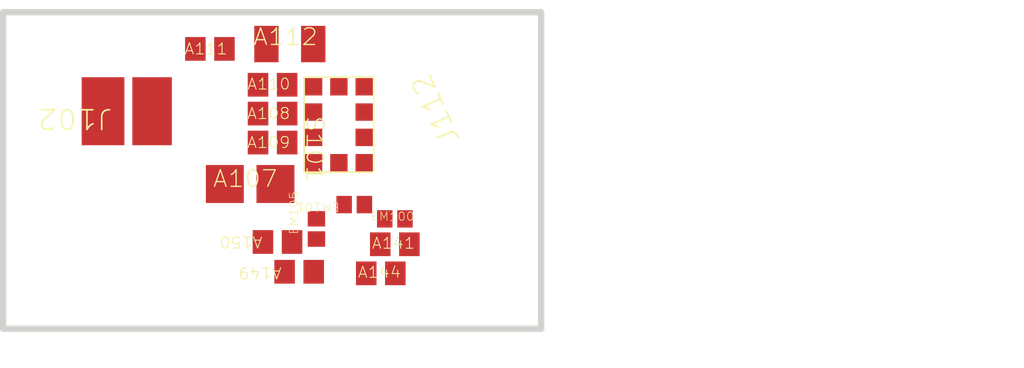
<source format=kicad_pcb>
(kicad_pcb (version 20171130) (host pcbnew "(5.1.0)-1")

  (general
    (thickness 1.6)
    (drawings 4)
    (tracks 0)
    (zones 0)
    (modules 16)
    (nets 14)
  )

  (page A4)
  (layers
    (0 F.Cu signal)
    (31 B.Cu signal)
    (32 B.Adhes user)
    (33 F.Adhes user)
    (34 B.Paste user)
    (35 F.Paste user)
    (36 B.SilkS user)
    (37 F.SilkS user)
    (38 B.Mask user)
    (39 F.Mask user)
    (40 Dwgs.User user)
    (41 Cmts.User user)
    (42 Eco1.User user)
    (43 Eco2.User user)
    (44 Edge.Cuts user)
    (45 Margin user)
    (46 B.CrtYd user)
    (47 F.CrtYd user)
    (48 B.Fab user)
    (49 F.Fab user)
  )

  (setup
    (last_trace_width 0.25)
    (trace_clearance 0.2)
    (zone_clearance 0.508)
    (zone_45_only no)
    (trace_min 0.2)
    (via_size 0.8)
    (via_drill 0.4)
    (via_min_size 0.4)
    (via_min_drill 0.3)
    (uvia_size 0.3)
    (uvia_drill 0.1)
    (uvias_allowed no)
    (uvia_min_size 0.2)
    (uvia_min_drill 0.1)
    (edge_width 0.05)
    (segment_width 0.2)
    (pcb_text_width 0.3)
    (pcb_text_size 1.5 1.5)
    (mod_edge_width 0.12)
    (mod_text_size 1 1)
    (mod_text_width 0.15)
    (pad_size 1.524 1.524)
    (pad_drill 0.762)
    (pad_to_mask_clearance 0.051)
    (solder_mask_min_width 0.25)
    (aux_axis_origin 0 0)
    (visible_elements 7FFFFFFF)
    (pcbplotparams
      (layerselection 0x010fc_ffffffff)
      (usegerberextensions false)
      (usegerberattributes false)
      (usegerberadvancedattributes false)
      (creategerberjobfile false)
      (excludeedgelayer true)
      (linewidth 0.150000)
      (plotframeref false)
      (viasonmask false)
      (mode 1)
      (useauxorigin false)
      (hpglpennumber 1)
      (hpglpenspeed 20)
      (hpglpendiameter 15.000000)
      (psnegative false)
      (psa4output false)
      (plotreference true)
      (plotvalue true)
      (plotinvisibletext false)
      (padsonsilk false)
      (subtractmaskfromsilk false)
      (outputformat 1)
      (mirror false)
      (drillshape 1)
      (scaleselection 1)
      (outputdirectory ""))
  )

  (net 0 "")
  (net 1 GND)
  (net 2 N17753661)
  (net 3 N17753743)
  (net 4 N17753749)
  (net 5 N17753816)
  (net 6 N17753880)
  (net 7 N17753882)
  (net 8 N17753954)
  (net 9 N17837242)
  (net 10 N17837274)
  (net 11 SDR_RFFE8_CLK)
  (net 12 SDR_RFFE8_DATA)
  (net 13 VREG_L15B_1P8)

  (net_class Default "This is the default net class."
    (clearance 0.2)
    (trace_width 0.25)
    (via_dia 0.8)
    (via_drill 0.4)
    (uvia_dia 0.3)
    (uvia_drill 0.1)
    (add_net GND)
    (add_net N17753661)
    (add_net N17753743)
    (add_net N17753749)
    (add_net N17753816)
    (add_net N17753880)
    (add_net N17753882)
    (add_net N17753954)
    (add_net N17837242)
    (add_net N17837274)
    (add_net SDR_RFFE8_CLK)
    (add_net SDR_RFFE8_DATA)
    (add_net VREG_L15B_1P8)
  )

  (module ANT_HG_F1_1 (layer F.Cu) (tedit 0) (tstamp 682E909E)
    (at 95.20754 379.4707 114.9)
    (attr smd)
    (fp_text reference J112 (at 0.762731 -0.61108 114.9 unlocked) (layer F.SilkS)
      (effects (font (size 0.311029 0.32715) (thickness 0.0254)))
    )
    (fp_text value ANT_PIN_ANT_HG_F1_XM-217-XC-186 (at -1.332071 3.432753 unlocked) (layer F.SilkS) hide
      (effects (font (size 0.311029 0.32715) (thickness 0.0254)))
    )
  )

  (module CAP01005_HT0_22_NM_3 (layer F.Cu) (tedit 0) (tstamp 682E9099)
    (at 92.44994 380.92329 90)
    (attr smd)
    (fp_text reference EM105 (at 0.2548 -0.3566 90 unlocked) (layer F.SilkS)
      (effects (font (size 0.133299 0.140208) (thickness 0.01016)))
    )
    (fp_text value CAP_NM_CAP01005_HT0_22_NM_NM (at 0.1016 1.4224 unlocked) (layer F.SilkS) hide
      (effects (font (size 0.133299 0.140208) (thickness 0.01016)))
    )
    (pad 1 smd rect (at -0.16 0) (size 0.275 0.245) (layers F.Cu F.Paste F.Mask)
      (net 2 N17753661))
    (pad 2 smd rect (at 0.16 0) (size 0.275 0.245) (layers F.Cu F.Paste F.Mask)
      (net 1 GND))
  )

  (module RES01005_HT0_15_S0_38_NM_1 (layer F.Cu) (tedit 0) (tstamp 682E9094)
    (at 93.68924 380.76489)
    (attr smd)
    (fp_text reference EM100 (at -0.0358 -0.0375 unlocked) (layer F.SilkS)
      (effects (font (size 0.133299 0.140208) (thickness 0.01016)))
    )
    (fp_text value RES_NM_RES01005_HT0_15_S0_38_NM (at 1.5748 -0.1016 unlocked) (layer F.SilkS) hide
      (effects (font (size 0.133299 0.140208) (thickness 0.01016)))
    )
    (pad 1 smd rect (at -0.16 0) (size 0.245 0.275) (layers F.Cu F.Paste F.Mask)
      (net 7 N17753882))
    (pad 2 smd rect (at 0.16 0) (size 0.245 0.275) (layers F.Cu F.Paste F.Mask)
      (net 1 GND))
  )

  (module RES01005_HT0_15_S0_38_NM_2 (layer F.Cu) (tedit 0) (tstamp 682E908F)
    (at 93.04784 380.5389 180)
    (attr smd)
    (fp_text reference EM101 (at 0.5738 -0.0375 180 unlocked) (layer F.SilkS)
      (effects (font (size 0.133299 0.140208) (thickness 0.01016)))
    )
    (fp_text value RES_NM_RES01005_HT0_15_S0_38_NM (at -1.5748 0.1016 unlocked) (layer F.SilkS) hide
      (effects (font (size 0.133299 0.140208) (thickness 0.01016)))
    )
    (pad 1 smd rect (at -0.16 0) (size 0.245 0.275) (layers F.Cu F.Paste F.Mask)
      (net 8 N17753954))
    (pad 2 smd rect (at 0.16 0) (size 0.245 0.275) (layers F.Cu F.Paste F.Mask)
      (net 1 GND))
  )

  (module IND0402CS-HT0_6_FPC_S_1 (layer F.Cu) (tedit 0) (tstamp 682E9086)
    (at 91.40254 380.21381)
    (attr smd)
    (fp_text reference A107 (at -0.0777 -0.0832 unlocked) (layer F.SilkS)
      (effects (font (size 0.2624 0.276) (thickness 0.02)))
    )
    (fp_text value INDUCTOR_IND0402CS-HT0_6_FPC_S_ (at 3.1 -0.2 unlocked) (layer F.SilkS) hide
      (effects (font (size 0.2624 0.276) (thickness 0.02)))
    )
    (fp_line (start -0.55 0.35) (end -0.55 -0.35) (layer Dwgs.User) (width 0.0254))
    (fp_line (start -0.55 -0.35) (end 0.55 -0.35) (layer Dwgs.User) (width 0.0254))
    (fp_line (start 0.55 0.35) (end 0.55 -0.35) (layer Dwgs.User) (width 0.0254))
    (fp_line (start -0.55 0.35) (end 0.55 0.35) (layer Dwgs.User) (width 0.0254))
    (pad 1 smd rect (at -0.4 0) (size 0.6 0.6) (layers F.Cu F.Paste F.Mask)
      (net 4 N17753749))
    (pad 2 smd rect (at 0.4 0) (size 0.6 0.6) (layers F.Cu F.Paste F.Mask)
      (net 10 N17837274))
  )

  (module ANT_1_7X1_0_P2_HT1_35_HD_1 (layer F.Cu) (tedit 0) (tstamp 682E9081)
    (at 89.62804 379.0639 90)
    (attr smd)
    (fp_text reference J102 (at -0.119265 -0.99109 180 unlocked) (layer F.SilkS)
      (effects (font (size 0.311029 0.32715) (thickness 0.0254)))
    )
    (fp_text value KEY_2P_ANT_1_7X1_0_P2_HT1_35_HD (at 0.237065 3.674508 unlocked) (layer F.SilkS) hide
      (effects (font (size 0.311029 0.32715) (thickness 0.0254)))
    )
    (pad 1 smd rect (at 0 -0.55) (size 0.675 1.075) (layers F.Cu F.Paste F.Mask)
      (net 3 N17753743))
    (pad 2 smd rect (at 0 0.225) (size 0.625 1.075) (layers F.Cu F.Paste F.Mask)
      (net 3 N17753743))
  )

  (module IND0402CS-HT0_6_4 (layer F.Cu) (tedit 0) (tstamp 682E907C)
    (at 92.02964 378.0025)
    (attr smd)
    (fp_text reference A112 (at -0.068 -0.114 unlocked) (layer F.SilkS)
      (effects (font (size 0.2624 0.276) (thickness 0.02)))
    )
    (fp_text value INDUCTOR_IND0402CS-HT0_6_10NH (at 2.9 -0.2 unlocked) (layer F.SilkS) hide
      (effects (font (size 0.2624 0.276) (thickness 0.02)))
    )
    (pad 1 smd rect (at -0.37 0) (size 0.385 0.575) (layers F.Cu F.Paste F.Mask)
      (net 4 N17753749))
    (pad 2 smd rect (at 0.37 0) (size 0.385 0.575) (layers F.Cu F.Paste F.Mask)
      (net 1 GND))
  )

  (module CAP0201-HT0_33_23 (layer F.Cu) (tedit 0) (tstamp 682E905F)
    (at 90.76684 378.07919)
    (attr smd)
    (fp_text reference A111 (at -0.06233 -0.001335 unlocked) (layer F.SilkS)
      (effects (font (size 0.174936 0.184002) (thickness 0.015)))
    )
    (fp_text value CAP_NP_CAP0201-HT0_33_33PF (at 1.733355 -0.133335 unlocked) (layer F.SilkS) hide
      (effects (font (size 0.174936 0.184002) (thickness 0.015)))
    )
    (fp_line (start 2.226 0.15) (end 2.328 0.455) (layer B.Fab) (width 0.0254))
    (fp_line (start 0.23 0.636) (end 0.84 0.636) (layer B.Fab) (width 0.0254))
    (fp_line (start 2.226 0.573) (end 2.226 0.15) (layer B.Fab) (width 0.0254))
    (fp_line (start 2.125 0.455) (end 2.226 0.15) (layer B.Fab) (width 0.0254))
    (fp_line (start 0.554 0.15) (end 2.48 0.15) (layer B.Fab) (width 0.0254))
    (fp_line (start 0.23 0.636) (end 0.535 0.535) (layer B.Fab) (width 0.0254))
    (fp_line (start 2.125 -0.455) (end 2.226 -0.15) (layer B.Fab) (width 0.0254))
    (fp_line (start 0.554 -0.15) (end 2.48 -0.15) (layer B.Fab) (width 0.0254))
    (fp_line (start 2.226 -0.15) (end 2.328 -0.455) (layer B.Fab) (width 0.0254))
    (fp_line (start 2.226 -0.15) (end 2.226 -0.76) (layer B.Fab) (width 0.0254))
    (fp_line (start 0.23 0.89) (end 0.23 0.254) (layer B.Fab) (width 0.0254))
    (fp_line (start 0.3 1.272) (end 0.91 1.272) (layer B.Fab) (width 0.0254))
    (fp_line (start -0.23 0.89) (end -0.23 0.254) (layer B.Fab) (width 0.0254))
    (fp_line (start 0.3 1.272) (end 0.605 1.171) (layer B.Fab) (width 0.0254))
    (fp_line (start 0.3 1.272) (end 0.605 1.374) (layer B.Fab) (width 0.0254))
    (fp_line (start -0.3 1.526) (end -0.3 0.404) (layer B.Fab) (width 0.0254))
    (fp_line (start -0.535 0.535) (end -0.23 0.636) (layer B.Fab) (width 0.0254))
    (fp_line (start -0.535 0.738) (end -0.23 0.636) (layer B.Fab) (width 0.0254))
    (fp_line (start -0.841 0.636) (end -0.23 0.636) (layer B.Fab) (width 0.0254))
    (fp_line (start -0.605 1.171) (end -0.3 1.272) (layer B.Fab) (width 0.0254))
    (fp_line (start -0.605 1.374) (end -0.3 1.272) (layer B.Fab) (width 0.0254))
    (fp_line (start -0.841 1.272) (end -0.3 1.272) (layer B.Fab) (width 0.0254))
    (fp_line (start 0.23 0.636) (end 0.535 0.738) (layer B.Fab) (width 0.0254))
    (fp_line (start 0.3 1.526) (end 0.3 0.404) (layer B.Fab) (width 0.0254))
    (pad 1 smd rect (at -0.23 0) (size 0.325 0.375) (layers F.Cu F.Paste F.Mask)
      (net 3 N17753743))
    (pad 2 smd rect (at 0.23 0) (size 0.325 0.375) (layers F.Cu F.Paste F.Mask)
      (net 4 N17753749))
  )

  (module CAP0201-HT0_33_24 (layer F.Cu) (tedit 0) (tstamp 682E9042)
    (at 91.75714 379.101)
    (attr smd)
    (fp_text reference A108 (at -0.06233 -0.001335 unlocked) (layer F.SilkS)
      (effects (font (size 0.174936 0.184002) (thickness 0.015)))
    )
    (fp_text value CAP_NP_CAP0201-HT0_33_1.6PF (at 1.800023 -0.133335 unlocked) (layer F.SilkS) hide
      (effects (font (size 0.174936 0.184002) (thickness 0.015)))
    )
    (fp_line (start 2.226 0.15) (end 2.328 0.455) (layer B.Fab) (width 0.0254))
    (fp_line (start 0.23 0.636) (end 0.84 0.636) (layer B.Fab) (width 0.0254))
    (fp_line (start 2.226 0.573) (end 2.226 0.15) (layer B.Fab) (width 0.0254))
    (fp_line (start 2.125 0.455) (end 2.226 0.15) (layer B.Fab) (width 0.0254))
    (fp_line (start 0.554 0.15) (end 2.48 0.15) (layer B.Fab) (width 0.0254))
    (fp_line (start 0.23 0.636) (end 0.535 0.535) (layer B.Fab) (width 0.0254))
    (fp_line (start 2.125 -0.455) (end 2.226 -0.15) (layer B.Fab) (width 0.0254))
    (fp_line (start 0.554 -0.15) (end 2.48 -0.15) (layer B.Fab) (width 0.0254))
    (fp_line (start 2.226 -0.15) (end 2.328 -0.455) (layer B.Fab) (width 0.0254))
    (fp_line (start 2.226 -0.15) (end 2.226 -0.76) (layer B.Fab) (width 0.0254))
    (fp_line (start 0.23 0.89) (end 0.23 0.254) (layer B.Fab) (width 0.0254))
    (fp_line (start 0.3 1.272) (end 0.91 1.272) (layer B.Fab) (width 0.0254))
    (fp_line (start -0.23 0.89) (end -0.23 0.254) (layer B.Fab) (width 0.0254))
    (fp_line (start 0.3 1.272) (end 0.605 1.171) (layer B.Fab) (width 0.0254))
    (fp_line (start 0.3 1.272) (end 0.605 1.374) (layer B.Fab) (width 0.0254))
    (fp_line (start -0.3 1.526) (end -0.3 0.404) (layer B.Fab) (width 0.0254))
    (fp_line (start -0.535 0.535) (end -0.23 0.636) (layer B.Fab) (width 0.0254))
    (fp_line (start -0.535 0.738) (end -0.23 0.636) (layer B.Fab) (width 0.0254))
    (fp_line (start -0.841 0.636) (end -0.23 0.636) (layer B.Fab) (width 0.0254))
    (fp_line (start -0.605 1.171) (end -0.3 1.272) (layer B.Fab) (width 0.0254))
    (fp_line (start -0.605 1.374) (end -0.3 1.272) (layer B.Fab) (width 0.0254))
    (fp_line (start -0.841 1.272) (end -0.3 1.272) (layer B.Fab) (width 0.0254))
    (fp_line (start 0.23 0.636) (end 0.535 0.738) (layer B.Fab) (width 0.0254))
    (fp_line (start 0.3 1.526) (end 0.3 0.404) (layer B.Fab) (width 0.0254))
    (pad 1 smd rect (at -0.23 0) (size 0.325 0.375) (layers F.Cu F.Paste F.Mask)
      (net 4 N17753749))
    (pad 2 smd rect (at 0.23 0) (size 0.325 0.375) (layers F.Cu F.Paste F.Mask)
      (net 6 N17753880))
  )

  (module CAP0201-HT0_33_25 (layer F.Cu) (tedit 0) (tstamp 682E9025)
    (at 91.83494 381.1299 180)
    (attr smd)
    (fp_text reference A150 (at 0.57767 -0.001335 180 unlocked) (layer F.SilkS)
      (effects (font (size 0.174936 0.184002) (thickness 0.015)))
    )
    (fp_text value CAP_NP_CAP0201-HT0_33_100NF (at -1.800023 0.133335 unlocked) (layer F.SilkS) hide
      (effects (font (size 0.174936 0.184002) (thickness 0.015)))
    )
    (fp_line (start 2.226 0.15) (end 2.328 0.455) (layer B.Fab) (width 0.0254))
    (fp_line (start 0.23 0.636) (end 0.84 0.636) (layer B.Fab) (width 0.0254))
    (fp_line (start 2.226 0.573) (end 2.226 0.15) (layer B.Fab) (width 0.0254))
    (fp_line (start 2.125 0.455) (end 2.226 0.15) (layer B.Fab) (width 0.0254))
    (fp_line (start 0.554 0.15) (end 2.48 0.15) (layer B.Fab) (width 0.0254))
    (fp_line (start 0.23 0.636) (end 0.535 0.535) (layer B.Fab) (width 0.0254))
    (fp_line (start 2.125 -0.455) (end 2.226 -0.15) (layer B.Fab) (width 0.0254))
    (fp_line (start 0.554 -0.15) (end 2.48 -0.15) (layer B.Fab) (width 0.0254))
    (fp_line (start 2.226 -0.15) (end 2.328 -0.455) (layer B.Fab) (width 0.0254))
    (fp_line (start 2.226 -0.15) (end 2.226 -0.76) (layer B.Fab) (width 0.0254))
    (fp_line (start 0.23 0.89) (end 0.23 0.254) (layer B.Fab) (width 0.0254))
    (fp_line (start 0.3 1.272) (end 0.91 1.272) (layer B.Fab) (width 0.0254))
    (fp_line (start -0.23 0.89) (end -0.23 0.254) (layer B.Fab) (width 0.0254))
    (fp_line (start 0.3 1.272) (end 0.605 1.171) (layer B.Fab) (width 0.0254))
    (fp_line (start 0.3 1.272) (end 0.605 1.374) (layer B.Fab) (width 0.0254))
    (fp_line (start -0.3 1.526) (end -0.3 0.404) (layer B.Fab) (width 0.0254))
    (fp_line (start -0.535 0.535) (end -0.23 0.636) (layer B.Fab) (width 0.0254))
    (fp_line (start -0.535 0.738) (end -0.23 0.636) (layer B.Fab) (width 0.0254))
    (fp_line (start -0.841 0.636) (end -0.23 0.636) (layer B.Fab) (width 0.0254))
    (fp_line (start -0.605 1.171) (end -0.3 1.272) (layer B.Fab) (width 0.0254))
    (fp_line (start -0.605 1.374) (end -0.3 1.272) (layer B.Fab) (width 0.0254))
    (fp_line (start -0.841 1.272) (end -0.3 1.272) (layer B.Fab) (width 0.0254))
    (fp_line (start 0.23 0.636) (end 0.535 0.738) (layer B.Fab) (width 0.0254))
    (fp_line (start 0.3 1.526) (end 0.3 0.404) (layer B.Fab) (width 0.0254))
    (pad 1 smd rect (at -0.23 0) (size 0.325 0.375) (layers F.Cu F.Paste F.Mask)
      (net 2 N17753661))
    (pad 2 smd rect (at 0.23 0) (size 0.325 0.375) (layers F.Cu F.Paste F.Mask)
      (net 1 GND))
  )

  (module CAP0201-HT0_33_26 (layer F.Cu) (tedit 0) (tstamp 682E9008)
    (at 91.75714 379.55879)
    (attr smd)
    (fp_text reference A109 (at -0.06233 -0.001335 unlocked) (layer F.SilkS)
      (effects (font (size 0.174936 0.184002) (thickness 0.015)))
    )
    (fp_text value CAP_NP_CAP0201-HT0_33_2.7PF (at 1.800023 -0.133335 unlocked) (layer F.SilkS) hide
      (effects (font (size 0.174936 0.184002) (thickness 0.015)))
    )
    (fp_line (start 2.226 0.15) (end 2.328 0.455) (layer B.Fab) (width 0.0254))
    (fp_line (start 0.23 0.636) (end 0.84 0.636) (layer B.Fab) (width 0.0254))
    (fp_line (start 2.226 0.573) (end 2.226 0.15) (layer B.Fab) (width 0.0254))
    (fp_line (start 2.125 0.455) (end 2.226 0.15) (layer B.Fab) (width 0.0254))
    (fp_line (start 0.554 0.15) (end 2.48 0.15) (layer B.Fab) (width 0.0254))
    (fp_line (start 0.23 0.636) (end 0.535 0.535) (layer B.Fab) (width 0.0254))
    (fp_line (start 2.125 -0.455) (end 2.226 -0.15) (layer B.Fab) (width 0.0254))
    (fp_line (start 0.554 -0.15) (end 2.48 -0.15) (layer B.Fab) (width 0.0254))
    (fp_line (start 2.226 -0.15) (end 2.328 -0.455) (layer B.Fab) (width 0.0254))
    (fp_line (start 2.226 -0.15) (end 2.226 -0.76) (layer B.Fab) (width 0.0254))
    (fp_line (start 0.23 0.89) (end 0.23 0.254) (layer B.Fab) (width 0.0254))
    (fp_line (start 0.3 1.272) (end 0.91 1.272) (layer B.Fab) (width 0.0254))
    (fp_line (start -0.23 0.89) (end -0.23 0.254) (layer B.Fab) (width 0.0254))
    (fp_line (start 0.3 1.272) (end 0.605 1.171) (layer B.Fab) (width 0.0254))
    (fp_line (start 0.3 1.272) (end 0.605 1.374) (layer B.Fab) (width 0.0254))
    (fp_line (start -0.3 1.526) (end -0.3 0.404) (layer B.Fab) (width 0.0254))
    (fp_line (start -0.535 0.535) (end -0.23 0.636) (layer B.Fab) (width 0.0254))
    (fp_line (start -0.535 0.738) (end -0.23 0.636) (layer B.Fab) (width 0.0254))
    (fp_line (start -0.841 0.636) (end -0.23 0.636) (layer B.Fab) (width 0.0254))
    (fp_line (start -0.605 1.171) (end -0.3 1.272) (layer B.Fab) (width 0.0254))
    (fp_line (start -0.605 1.374) (end -0.3 1.272) (layer B.Fab) (width 0.0254))
    (fp_line (start -0.841 1.272) (end -0.3 1.272) (layer B.Fab) (width 0.0254))
    (fp_line (start 0.23 0.636) (end 0.535 0.738) (layer B.Fab) (width 0.0254))
    (fp_line (start 0.3 1.526) (end 0.3 0.404) (layer B.Fab) (width 0.0254))
    (pad 1 smd rect (at -0.23 0) (size 0.325 0.375) (layers F.Cu F.Paste F.Mask)
      (net 4 N17753749))
    (pad 2 smd rect (at 0.23 0) (size 0.325 0.375) (layers F.Cu F.Paste F.Mask)
      (net 5 N17753816))
  )

  (module IND0201-HT0_35_7 (layer F.Cu) (tedit 0) (tstamp 682E8FEB)
    (at 91.75714 378.646)
    (attr smd)
    (fp_text reference A110 (at -0.06033 -0.012335 unlocked) (layer F.SilkS)
      (effects (font (size 0.174936 0.184002) (thickness 0.015)))
    )
    (fp_text value INDUCTOR_IND0201-HT0_35_15NH (at 1.86669 -0.133335 unlocked) (layer F.SilkS) hide
      (effects (font (size 0.174936 0.184002) (thickness 0.015)))
    )
    (fp_line (start 0.23 0.884) (end 0.535 0.783) (layer B.Fab) (width 0.0254))
    (fp_line (start 3.112 0.15) (end 3.213 0.455) (layer B.Fab) (width 0.0254))
    (fp_line (start 3.112 0.76) (end 3.112 0.15) (layer B.Fab) (width 0.0254))
    (fp_line (start 3.011 0.455) (end 3.112 0.15) (layer B.Fab) (width 0.0254))
    (fp_line (start -0.046 0.15) (end 3.417 0.15) (layer B.Fab) (width 0.0254))
    (fp_line (start 0.554 -0.15) (end 3.417 -0.15) (layer B.Fab) (width 0.0254))
    (fp_line (start 3.011 -0.455) (end 3.112 -0.15) (layer B.Fab) (width 0.0254))
    (fp_line (start 3.112 -0.15) (end 3.213 -0.455) (layer B.Fab) (width 0.0254))
    (fp_line (start 3.112 -0.15) (end 3.112 -0.639) (layer B.Fab) (width 0.0254))
    (fp_line (start 0.23 0.884) (end 0.535 0.985) (layer B.Fab) (width 0.0254))
    (fp_line (start 0.3 1.39) (end 0.992 1.39) (layer B.Fab) (width 0.0254))
    (fp_line (start -0.23 1.189) (end -0.23 0.254) (layer B.Fab) (width 0.0254))
    (fp_line (start 0.3 1.39) (end 0.605 1.289) (layer B.Fab) (width 0.0254))
    (fp_line (start 0.3 1.695) (end 0.3 0.104) (layer B.Fab) (width 0.0254))
    (fp_line (start 0.23 1.189) (end 0.23 0.254) (layer B.Fab) (width 0.0254))
    (fp_line (start -0.3 1.695) (end -0.3 0.404) (layer B.Fab) (width 0.0254))
    (fp_line (start 0.3 1.39) (end 0.605 1.491) (layer B.Fab) (width 0.0254))
    (fp_line (start 0.23 0.884) (end 1.002 0.884) (layer B.Fab) (width 0.0254))
    (fp_line (start -0.535 0.783) (end -0.23 0.884) (layer B.Fab) (width 0.0254))
    (fp_line (start -0.535 0.985) (end -0.23 0.884) (layer B.Fab) (width 0.0254))
    (fp_line (start -0.84 0.884) (end -0.23 0.884) (layer B.Fab) (width 0.0254))
    (fp_line (start -0.605 1.289) (end -0.3 1.39) (layer B.Fab) (width 0.0254))
    (fp_line (start -0.605 1.491) (end -0.3 1.39) (layer B.Fab) (width 0.0254))
    (fp_line (start -0.91 1.39) (end -0.3 1.39) (layer B.Fab) (width 0.0254))
    (pad 1 smd rect (at -0.23 0) (size 0.325 0.375) (layers F.Cu F.Paste F.Mask)
      (net 4 N17753749))
    (pad 2 smd rect (at 0.23 0) (size 0.325 0.375) (layers F.Cu F.Paste F.Mask)
      (net 9 N17837242))
  )

  (module RES0201-HT0_23_HD_27 (layer F.Cu) (tedit 0) (tstamp 682E8FCE)
    (at 93.68844 381.166)
    (attr smd)
    (fp_text reference A141 (at -0.02233 -0.017335 unlocked) (layer F.SilkS)
      (effects (font (size 0.174936 0.184002) (thickness 0.015)))
    )
    (fp_text value RES_RES0201-HT0_23_HD_0OHM (at 1.733355 -0.133335 unlocked) (layer F.SilkS) hide
      (effects (font (size 0.174936 0.184002) (thickness 0.015)))
    )
    (fp_line (start 0.3 1.187) (end 0.94 1.187) (layer B.Fab) (width 0.0254))
    (fp_line (start 2.925 0.15) (end 3.027 0.455) (layer B.Fab) (width 0.0254))
    (fp_line (start 2.925 0.76) (end 2.925 0.15) (layer B.Fab) (width 0.0254))
    (fp_line (start 2.824 0.455) (end 2.925 0.15) (layer B.Fab) (width 0.0254))
    (fp_line (start 0.554 0.15) (end 3.23 0.15) (layer B.Fab) (width 0.0254))
    (fp_line (start 2.824 -0.455) (end 2.925 -0.15) (layer B.Fab) (width 0.0254))
    (fp_line (start 0.554 -0.15) (end 3.23 -0.15) (layer B.Fab) (width 0.0254))
    (fp_line (start 2.925 -0.15) (end 3.027 -0.455) (layer B.Fab) (width 0.0254))
    (fp_line (start 0.131 0.667) (end 0.23 0.667) (layer B.Fab) (width 0.0254))
    (fp_line (start 2.925 -0.15) (end 2.925 -1.132) (layer B.Fab) (width 0.0254))
    (fp_line (start 0.23 0.972) (end 0.23 0.254) (layer B.Fab) (width 0.0254))
    (fp_line (start 0.3 1.187) (end 0.605 1.086) (layer B.Fab) (width 0.0254))
    (fp_line (start -0.23 0.972) (end -0.23 0.254) (layer B.Fab) (width 0.0254))
    (fp_line (start 0.3 1.187) (end 0.605 1.289) (layer B.Fab) (width 0.0254))
    (fp_line (start -0.3 1.492) (end -0.3 0.404) (layer B.Fab) (width 0.0254))
    (fp_line (start 0.23 0.667) (end 0.535 0.566) (layer B.Fab) (width 0.0254))
    (fp_line (start -0.535 0.566) (end -0.23 0.667) (layer B.Fab) (width 0.0254))
    (fp_line (start -0.535 0.769) (end -0.23 0.667) (layer B.Fab) (width 0.0254))
    (fp_line (start -0.84 0.667) (end -0.23 0.667) (layer B.Fab) (width 0.0254))
    (fp_line (start -0.605 1.086) (end -0.3 1.187) (layer B.Fab) (width 0.0254))
    (fp_line (start -0.605 1.289) (end -0.3 1.187) (layer B.Fab) (width 0.0254))
    (fp_line (start -0.91 1.187) (end -0.3 1.187) (layer B.Fab) (width 0.0254))
    (fp_line (start 0.3 1.492) (end 0.3 0.404) (layer B.Fab) (width 0.0254))
    (fp_line (start 0.23 0.667) (end 0.535 0.769) (layer B.Fab) (width 0.0254))
    (pad 1 smd rect (at -0.23 0) (size 0.325 0.375) (layers F.Cu F.Paste F.Mask)
      (net 7 N17753882))
    (pad 2 smd rect (at 0.23 0) (size 0.325 0.375) (layers F.Cu F.Paste F.Mask)
      (net 11 SDR_RFFE8_CLK))
  )

  (module RES0201-HT0_23_HD_28 (layer F.Cu) (tedit 0) (tstamp 682E8FB1)
    (at 93.46694 381.6255)
    (attr smd)
    (fp_text reference A144 (at -0.02233 -0.017335 unlocked) (layer F.SilkS)
      (effects (font (size 0.174936 0.184002) (thickness 0.015)))
    )
    (fp_text value RES_RES0201-HT0_23_HD_0OHM (at 1.733355 -0.133335 unlocked) (layer F.SilkS) hide
      (effects (font (size 0.174936 0.184002) (thickness 0.015)))
    )
    (fp_line (start 0.3 1.187) (end 0.94 1.187) (layer B.Fab) (width 0.0254))
    (fp_line (start 2.925 0.15) (end 3.027 0.455) (layer B.Fab) (width 0.0254))
    (fp_line (start 2.925 0.76) (end 2.925 0.15) (layer B.Fab) (width 0.0254))
    (fp_line (start 2.824 0.455) (end 2.925 0.15) (layer B.Fab) (width 0.0254))
    (fp_line (start 0.554 0.15) (end 3.23 0.15) (layer B.Fab) (width 0.0254))
    (fp_line (start 2.824 -0.455) (end 2.925 -0.15) (layer B.Fab) (width 0.0254))
    (fp_line (start 0.554 -0.15) (end 3.23 -0.15) (layer B.Fab) (width 0.0254))
    (fp_line (start 2.925 -0.15) (end 3.027 -0.455) (layer B.Fab) (width 0.0254))
    (fp_line (start 0.131 0.667) (end 0.23 0.667) (layer B.Fab) (width 0.0254))
    (fp_line (start 2.925 -0.15) (end 2.925 -1.132) (layer B.Fab) (width 0.0254))
    (fp_line (start 0.23 0.972) (end 0.23 0.254) (layer B.Fab) (width 0.0254))
    (fp_line (start 0.3 1.187) (end 0.605 1.086) (layer B.Fab) (width 0.0254))
    (fp_line (start -0.23 0.972) (end -0.23 0.254) (layer B.Fab) (width 0.0254))
    (fp_line (start 0.3 1.187) (end 0.605 1.289) (layer B.Fab) (width 0.0254))
    (fp_line (start -0.3 1.492) (end -0.3 0.404) (layer B.Fab) (width 0.0254))
    (fp_line (start 0.23 0.667) (end 0.535 0.566) (layer B.Fab) (width 0.0254))
    (fp_line (start -0.535 0.566) (end -0.23 0.667) (layer B.Fab) (width 0.0254))
    (fp_line (start -0.535 0.769) (end -0.23 0.667) (layer B.Fab) (width 0.0254))
    (fp_line (start -0.84 0.667) (end -0.23 0.667) (layer B.Fab) (width 0.0254))
    (fp_line (start -0.605 1.086) (end -0.3 1.187) (layer B.Fab) (width 0.0254))
    (fp_line (start -0.605 1.289) (end -0.3 1.187) (layer B.Fab) (width 0.0254))
    (fp_line (start -0.91 1.187) (end -0.3 1.187) (layer B.Fab) (width 0.0254))
    (fp_line (start 0.3 1.492) (end 0.3 0.404) (layer B.Fab) (width 0.0254))
    (fp_line (start 0.23 0.667) (end 0.535 0.769) (layer B.Fab) (width 0.0254))
    (pad 1 smd rect (at -0.23 0) (size 0.325 0.375) (layers F.Cu F.Paste F.Mask)
      (net 8 N17753954))
    (pad 2 smd rect (at 0.23 0) (size 0.325 0.375) (layers F.Cu F.Paste F.Mask)
      (net 12 SDR_RFFE8_DATA))
  )

  (module RES0201-HT0_23_HD_32 (layer F.Cu) (tedit 0) (tstamp 682E8F94)
    (at 92.17704 381.60049 180)
    (attr smd)
    (fp_text reference A149 (at 0.61767 -0.017335 180 unlocked) (layer F.SilkS)
      (effects (font (size 0.174936 0.184002) (thickness 0.015)))
    )
    (fp_text value RES_RES0201-HT0_23_HD_10OHM (at -1.800023 0.133335 unlocked) (layer F.SilkS) hide
      (effects (font (size 0.174936 0.184002) (thickness 0.015)))
    )
    (fp_line (start 0.3 1.187) (end 0.94 1.187) (layer B.Fab) (width 0.0254))
    (fp_line (start 2.925 0.15) (end 3.027 0.455) (layer B.Fab) (width 0.0254))
    (fp_line (start 2.925 0.76) (end 2.925 0.15) (layer B.Fab) (width 0.0254))
    (fp_line (start 2.824 0.455) (end 2.925 0.15) (layer B.Fab) (width 0.0254))
    (fp_line (start 0.554 0.15) (end 3.23 0.15) (layer B.Fab) (width 0.0254))
    (fp_line (start 2.824 -0.455) (end 2.925 -0.15) (layer B.Fab) (width 0.0254))
    (fp_line (start 0.554 -0.15) (end 3.23 -0.15) (layer B.Fab) (width 0.0254))
    (fp_line (start 2.925 -0.15) (end 3.027 -0.455) (layer B.Fab) (width 0.0254))
    (fp_line (start 0.131 0.667) (end 0.23 0.667) (layer B.Fab) (width 0.0254))
    (fp_line (start 2.925 -0.15) (end 2.925 -1.132) (layer B.Fab) (width 0.0254))
    (fp_line (start 0.23 0.972) (end 0.23 0.254) (layer B.Fab) (width 0.0254))
    (fp_line (start 0.3 1.187) (end 0.605 1.086) (layer B.Fab) (width 0.0254))
    (fp_line (start -0.23 0.972) (end -0.23 0.254) (layer B.Fab) (width 0.0254))
    (fp_line (start 0.3 1.187) (end 0.605 1.289) (layer B.Fab) (width 0.0254))
    (fp_line (start -0.3 1.492) (end -0.3 0.404) (layer B.Fab) (width 0.0254))
    (fp_line (start 0.23 0.667) (end 0.535 0.566) (layer B.Fab) (width 0.0254))
    (fp_line (start -0.535 0.566) (end -0.23 0.667) (layer B.Fab) (width 0.0254))
    (fp_line (start -0.535 0.769) (end -0.23 0.667) (layer B.Fab) (width 0.0254))
    (fp_line (start -0.84 0.667) (end -0.23 0.667) (layer B.Fab) (width 0.0254))
    (fp_line (start -0.605 1.086) (end -0.3 1.187) (layer B.Fab) (width 0.0254))
    (fp_line (start -0.605 1.289) (end -0.3 1.187) (layer B.Fab) (width 0.0254))
    (fp_line (start -0.91 1.187) (end -0.3 1.187) (layer B.Fab) (width 0.0254))
    (fp_line (start 0.3 1.492) (end 0.3 0.404) (layer B.Fab) (width 0.0254))
    (fp_line (start 0.23 0.667) (end 0.535 0.769) (layer B.Fab) (width 0.0254))
    (pad 1 smd rect (at -0.23 0) (size 0.325 0.375) (layers F.Cu F.Paste F.Mask)
      (net 13 VREG_L15B_1P8))
    (pad 2 smd rect (at 0.23 0) (size 0.325 0.375) (layers F.Cu F.Paste F.Mask)
      (net 2 N17753661))
  )

  (module SMT1_1X1_5_HT0_45_10P_HD_1 (layer F.Cu) (tedit 0) (tstamp 682E8F83)
    (at 92.80454 379.2773 180)
    (attr smd)
    (fp_text reference S101 (at 0.38 -0.38 270 unlocked) (layer F.SilkS)
      (effects (font (size 0.2624 0.276) (thickness 0.02)))
    )
    (fp_text value QM13344_SMT1_1X1_5_HT0_45_10P_H (at -3.1 0.2 unlocked) (layer F.SilkS) hide
      (effects (font (size 0.2624 0.276) (thickness 0.02)))
    )
    (fp_line (start -0.55 0.75) (end 0.55 0.75) (layer F.SilkS) (width 0.0254))
    (fp_line (start -0.55 0.75) (end -0.55 -0.75) (layer F.SilkS) (width 0.0254))
    (fp_line (start 0.55 0.75) (end 0.55 -0.75) (layer F.SilkS) (width 0.0254))
    (fp_line (start -0.55 -0.75) (end 0.55 -0.75) (layer F.SilkS) (width 0.0254))
    (pad 1 smd rect (at -0.4 -0.6) (size 0.275 0.275) (layers F.Cu F.Paste F.Mask)
      (net 8 N17753954))
    (pad 2 smd rect (at -0.4 -0.2) (size 0.275 0.275) (layers F.Cu F.Paste F.Mask)
      (net 7 N17753882))
    (pad 3 smd rect (at -0.4 0.2) (size 0.275 0.275) (layers F.Cu F.Paste F.Mask)
      (net 2 N17753661))
    (pad 4 smd rect (at -0.4 0.6) (size 0.275 0.275) (layers F.Cu F.Paste F.Mask)
      (net 2 N17753661))
    (pad 5 smd rect (at 0 0.6) (size 0.275 0.275) (layers F.Cu F.Paste F.Mask)
      (net 1 GND))
    (pad 6 smd rect (at 0.4 0.6) (size 0.275 0.275) (layers F.Cu F.Paste F.Mask)
      (net 9 N17837242))
    (pad 7 smd rect (at 0.4 0.2) (size 0.275 0.275) (layers F.Cu F.Paste F.Mask)
      (net 6 N17753880))
    (pad 8 smd rect (at 0.4 -0.2) (size 0.275 0.275) (layers F.Cu F.Paste F.Mask)
      (net 5 N17753816))
    (pad 9 smd rect (at 0.4 -0.6) (size 0.275 0.275) (layers F.Cu F.Paste F.Mask)
      (net 10 N17837274))
    (pad 10 smd rect (at 0 -0.6) (size 0.275 0.275) (layers F.Cu F.Paste F.Mask)
      (net 1 GND))
  )

  (gr_line (start 87.5 382.5) (end 87.5 377.5) (layer Edge.Cuts) (width 0.1))
  (gr_line (start 96 382.5) (end 87.5 382.5) (layer Edge.Cuts) (width 0.1))
  (gr_line (start 96 377.5) (end 96 382.5) (layer Edge.Cuts) (width 0.1))
  (gr_line (start 87.5 377.5) (end 96 377.5) (layer Edge.Cuts) (width 0.1))

)

</source>
